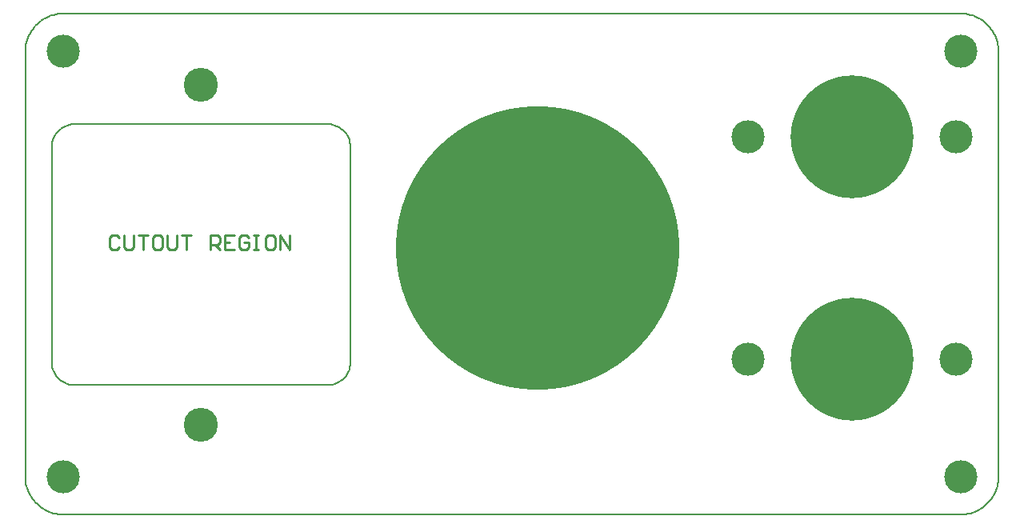
<source format=gtl>
G04*
G04 #@! TF.GenerationSoftware,Altium Limited,Altium Designer,20.0.13 (296)*
G04*
G04 Layer_Physical_Order=1*
G04 Layer_Color=255*
%FSLAX44Y44*%
%MOMM*%
G71*
G01*
G75*
%ADD10C,0.2000*%
%ADD11C,0.2540*%
%ADD16C,3.6000*%
%ADD17C,13.0000*%
%ADD18C,3.5000*%
%ADD19C,30.0000*%
D10*
X920000Y887000D02*
X922509Y887132D01*
X924990Y887524D01*
X927416Y888175D01*
X929762Y889075D01*
X932000Y890215D01*
X934107Y891584D01*
X936059Y893165D01*
X937835Y894941D01*
X939416Y896893D01*
X940785Y899000D01*
X941925Y901238D01*
X942825Y903584D01*
X943476Y906010D01*
X943868Y908491D01*
X944000Y911000D01*
X944000Y1139000D02*
X943869Y1141509D01*
X943476Y1143990D01*
X942825Y1146416D01*
X941925Y1148762D01*
X940785Y1151000D01*
X939417Y1153107D01*
X937835Y1155059D01*
X936059Y1156835D01*
X934107Y1158416D01*
X932000Y1159785D01*
X929762Y1160925D01*
X927417Y1161825D01*
X924990Y1162476D01*
X922509Y1162868D01*
X920000Y1163000D01*
X652000Y1163000D02*
X649491Y1162869D01*
X647010Y1162476D01*
X644584Y1161825D01*
X642238Y1160925D01*
X640000Y1159785D01*
X637893Y1158417D01*
X635941Y1156835D01*
X634165Y1155059D01*
X632584Y1153107D01*
X631215Y1151000D01*
X630075Y1148762D01*
X629175Y1146416D01*
X628525Y1143990D01*
X628131Y1141509D01*
X628000Y1139000D01*
X628000Y911000D02*
X628131Y908491D01*
X628524Y906010D01*
X629175Y903584D01*
X630075Y901238D01*
X631215Y899000D01*
X632584Y896893D01*
X634165Y894941D01*
X635941Y893165D01*
X637893Y891584D01*
X640000Y890215D01*
X642238Y889075D01*
X644584Y888175D01*
X647010Y887524D01*
X649491Y887132D01*
X652000Y887000D01*
X1630000Y1240000D02*
X1629921Y1242512D01*
X1629685Y1245013D01*
X1629292Y1247495D01*
X1628743Y1249948D01*
X1628042Y1252361D01*
X1627191Y1254725D01*
X1626193Y1257031D01*
X1625052Y1259270D01*
X1623773Y1261433D01*
X1622361Y1263511D01*
X1620820Y1265497D01*
X1619159Y1267382D01*
X1617382Y1269159D01*
X1615497Y1270820D01*
X1613511Y1272361D01*
X1611433Y1273773D01*
X1609270Y1275052D01*
X1607031Y1276193D01*
X1604725Y1277191D01*
X1602361Y1278042D01*
X1599948Y1278743D01*
X1597495Y1279292D01*
X1595013Y1279685D01*
X1592512Y1279921D01*
X1590000Y1280000D01*
X1590000Y750000D02*
X1592512Y750079D01*
X1595013Y750315D01*
X1597495Y750708D01*
X1599948Y751257D01*
X1602361Y751958D01*
X1604725Y752809D01*
X1607031Y753807D01*
X1609270Y754948D01*
X1611433Y756227D01*
X1613511Y757639D01*
X1615497Y759180D01*
X1617382Y760841D01*
X1619159Y762618D01*
X1620821Y764503D01*
X1622361Y766489D01*
X1623773Y768567D01*
X1625052Y770730D01*
X1626193Y772969D01*
X1627191Y775275D01*
X1628042Y777639D01*
X1628743Y780052D01*
X1629292Y782505D01*
X1629685Y784987D01*
X1629921Y787488D01*
X1630000Y790000D01*
X600000D02*
X600079Y787488D01*
X600315Y784987D01*
X600709Y782505D01*
X601257Y780052D01*
X601958Y777639D01*
X602809Y775275D01*
X603807Y772969D01*
X604948Y770730D01*
X606227Y768567D01*
X607639Y766489D01*
X609179Y764503D01*
X610841Y762618D01*
X612618Y760841D01*
X614503Y759179D01*
X616489Y757639D01*
X618567Y756227D01*
X620730Y754948D01*
X622969Y753807D01*
X625275Y752809D01*
X627639Y751958D01*
X630052Y751257D01*
X632505Y750708D01*
X634987Y750315D01*
X637489Y750079D01*
X640000Y750000D01*
Y1280000D02*
X637488Y1279921D01*
X634987Y1279685D01*
X632505Y1279292D01*
X630052Y1278743D01*
X627639Y1278042D01*
X625275Y1277191D01*
X622969Y1276193D01*
X620730Y1275052D01*
X618567Y1273773D01*
X616489Y1272361D01*
X614503Y1270820D01*
X612618Y1269159D01*
X610841Y1267382D01*
X609179Y1265497D01*
X607639Y1263511D01*
X606227Y1261433D01*
X604948Y1259270D01*
X603807Y1257031D01*
X602809Y1254725D01*
X601958Y1252361D01*
X601257Y1249948D01*
X600709Y1247495D01*
X600315Y1245013D01*
X600079Y1242512D01*
X600000Y1240000D01*
X944000Y911000D02*
Y1139000D01*
X652000Y1163000D02*
X920000D01*
X652000Y887000D02*
X920000D01*
X628000Y911000D02*
Y1139000D01*
X1630000Y790000D02*
Y1240000D01*
X640000Y750000D02*
X1590000D01*
X600000Y790000D02*
Y1240000D01*
X640000Y1280000D02*
X1590000D01*
D11*
X699697Y1043236D02*
X697158Y1045775D01*
X692079D01*
X689540Y1043236D01*
Y1033079D01*
X692079Y1030540D01*
X697158D01*
X699697Y1033079D01*
X704775Y1045775D02*
Y1033079D01*
X707314Y1030540D01*
X712393D01*
X714932Y1033079D01*
Y1045775D01*
X720010D02*
X730167D01*
X725089D01*
Y1030540D01*
X742863Y1045775D02*
X737784D01*
X735245Y1043236D01*
Y1033079D01*
X737784Y1030540D01*
X742863D01*
X745402Y1033079D01*
Y1043236D01*
X742863Y1045775D01*
X750480D02*
Y1033079D01*
X753019Y1030540D01*
X758098D01*
X760637Y1033079D01*
Y1045775D01*
X765715D02*
X775872D01*
X770794D01*
Y1030540D01*
X796186D02*
Y1045775D01*
X803803D01*
X806342Y1043236D01*
Y1038158D01*
X803803Y1035618D01*
X796186D01*
X801264D02*
X806342Y1030540D01*
X821577Y1045775D02*
X811421D01*
Y1030540D01*
X821577D01*
X811421Y1038158D02*
X816499D01*
X836812Y1043236D02*
X834273Y1045775D01*
X829195D01*
X826656Y1043236D01*
Y1033079D01*
X829195Y1030540D01*
X834273D01*
X836812Y1033079D01*
Y1038158D01*
X831734D01*
X841891Y1045775D02*
X846969D01*
X844430D01*
Y1030540D01*
X841891D01*
X846969D01*
X862204Y1045775D02*
X857126D01*
X854587Y1043236D01*
Y1033079D01*
X857126Y1030540D01*
X862204D01*
X864743Y1033079D01*
Y1043236D01*
X862204Y1045775D01*
X869822Y1030540D02*
Y1045775D01*
X879978Y1030540D01*
Y1045775D01*
D16*
X786000Y845000D02*
D03*
Y1205000D02*
D03*
D17*
X1475000Y914000D02*
D03*
Y1150000D02*
D03*
D18*
X1585000Y914000D02*
D03*
X1365000D02*
D03*
X1585000Y1150000D02*
D03*
X1365000D02*
D03*
X1590000Y1240000D02*
D03*
Y790000D02*
D03*
X640000D02*
D03*
Y1240000D02*
D03*
D19*
X1142000Y1032000D02*
D03*
M02*

</source>
